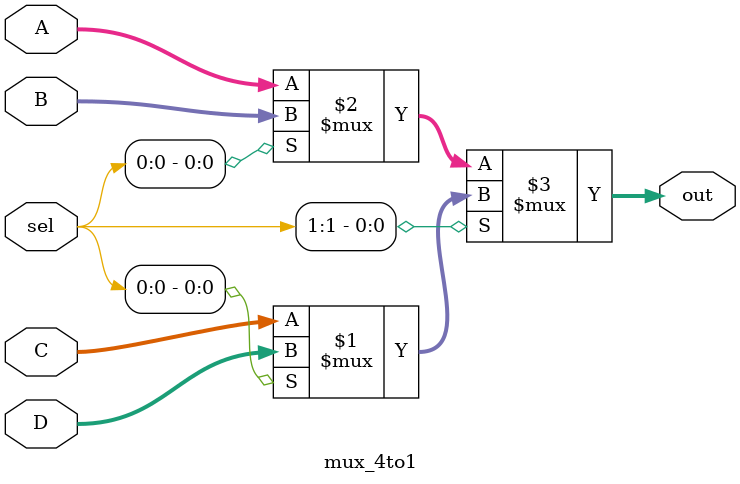
<source format=v>
module mux_4to1 
 ( 
	input 	[7:0] 	A,		//   
	input 	[7:0] 	B,		// 
	input	[7:0]	C,
	input	[7:0]	D,

	input	[1:0]	sel,
  
	output	[7:0] 	out
 ); 
  
	assign out = sel[1] ? (sel[0] ? D : C) : (sel[0] ? B : A);
endmodule

</source>
